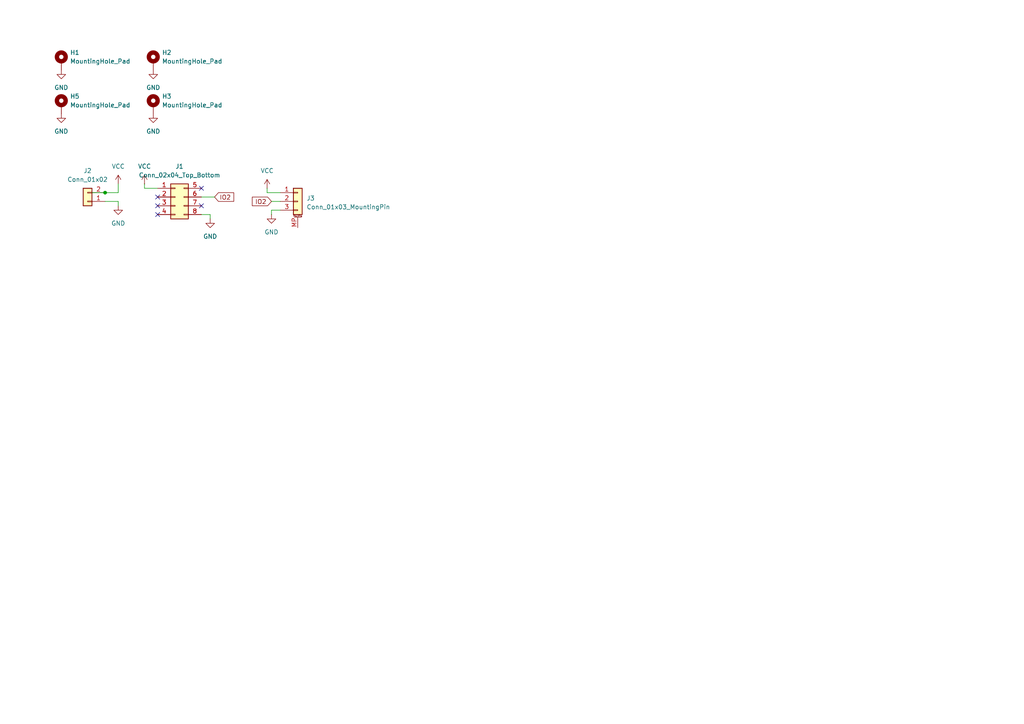
<source format=kicad_sch>
(kicad_sch (version 20231120) (generator "eeschema") (generator_version "8.0")
  (paper "A4")
  (lib_symbols
    (symbol "Connector_Generic:Conn_01x02" (pin_names (offset 1.016) hide)
      (property "Reference" "J" (at 0 2.54 0))
      (property "Value" "Conn_01x02" (at 0 -5.08 0))
      (symbol "Conn_01x02_1_1"
        (rectangle (start -1.27 -2.413) (end 0 -2.667) (stroke (width 0.1524)))
        (rectangle (start -1.27 0.127) (end 0 -0.127) (stroke (width 0.1524)))
        (rectangle (start -1.27 1.27) (end 1.27 -3.81) (stroke (width 0.254)) (fill (type background)))
        (pin passive line (at -5.08 0 0) (length 3.81) (name "Pin_1") (number "1"))
        (pin passive line (at -5.08 -2.54 0) (length 3.81) (name "Pin_2") (number "2"))
      )
    )
    (symbol "Connector_Generic:Conn_02x04_Top_Bottom" (pin_names (offset 1.016) hide)
      (property "Reference" "J" (at 1.27 5.08 0))
      (property "Value" "Conn_02x04_Top_Bottom" (at 1.27 -7.62 0))
      (symbol "Conn_02x04_Top_Bottom_1_1"
        (rectangle (start -1.27 -4.953) (end 0 -5.207) (stroke (width 0.1524)))
        (rectangle (start -1.27 -2.413) (end 0 -2.667) (stroke (width 0.1524)))
        (rectangle (start -1.27 0.127) (end 0 -0.127) (stroke (width 0.1524)))
        (rectangle (start -1.27 2.667) (end 0 2.413) (stroke (width 0.1524)))
        (rectangle (start -1.27 3.81) (end 3.81 -6.35) (stroke (width 0.254)) (fill (type background)))
        (rectangle (start 3.81 -4.953) (end 2.54 -5.207) (stroke (width 0.1524)))
        (rectangle (start 3.81 -2.413) (end 2.54 -2.667) (stroke (width 0.1524)))
        (rectangle (start 3.81 0.127) (end 2.54 -0.127) (stroke (width 0.1524)))
        (rectangle (start 3.81 2.667) (end 2.54 2.413) (stroke (width 0.1524)))
        (pin passive line (at -5.08 2.54 0) (length 3.81) (name "Pin_1") (number "1"))
        (pin passive line (at -5.08 0 0) (length 3.81) (name "Pin_2") (number "2"))
        (pin passive line (at -5.08 -2.54 0) (length 3.81) (name "Pin_3") (number "3"))
        (pin passive line (at -5.08 -5.08 0) (length 3.81) (name "Pin_4") (number "4"))
        (pin passive line (at 7.62 2.54 180) (length 3.81) (name "Pin_5") (number "5"))
        (pin passive line (at 7.62 0 180) (length 3.81) (name "Pin_6") (number "6"))
        (pin passive line (at 7.62 -2.54 180) (length 3.81) (name "Pin_7") (number "7"))
        (pin passive line (at 7.62 -5.08 180) (length 3.81) (name "Pin_8") (number "8"))
      )
    )
    (symbol "Connector_Generic_MountingPin:Conn_01x03_MountingPin" (pin_names (offset 1.016) hide)
      (property "Reference" "J" (at 0 5.08 0))
      (property "Value" "Conn_01x03_MountingPin" (at 1.27 -5.08 0))
      (symbol "Conn_01x03_MountingPin_1_1"
        (rectangle (start -1.27 -2.413) (end 0 -2.667) (stroke (width 0.1524)))
        (rectangle (start -1.27 0.127) (end 0 -0.127) (stroke (width 0.1524)))
        (rectangle (start -1.27 2.667) (end 0 2.413) (stroke (width 0.1524)))
        (rectangle (start -1.27 3.81) (end 1.27 -3.81) (stroke (width 0.254)) (fill (type background)))
        (polyline (pts (xy -1.016 -4.572) (xy 1.016 -4.572)) (stroke (width 0.1524)))
        (text "Mounting" (at 0 -4.191 0) (effects (font (size 0.381 0.381))))
        (pin passive line (at -5.08 2.54 0) (length 3.81) (name "Pin_1") (number "1"))
        (pin passive line (at -5.08 0 0) (length 3.81) (name "Pin_2") (number "2"))
        (pin passive line (at -5.08 -2.54 0) (length 3.81) (name "Pin_3") (number "3"))
        (pin passive line (at 0 -7.62 90) (length 3.048) (name "MountPin") (number "MP"))
      )
    )
    (symbol "Mechanical:MountingHole_Pad" (pin_numbers hide) (pin_names (offset 1.016) hide) (exclude_from_sim yes) (in_bom no)
      (property "Reference" "H" (at 0 6.35 0))
      (property "Value" "MountingHole_Pad" (at 0 4.445 0))
      (symbol "MountingHole_Pad_0_1"
        (circle (center 0 1.27) (radius 1.27) (stroke (width 1.27)))
      )
      (symbol "MountingHole_Pad_1_1"
        (pin input line (at 0 -2.54 90) (length 2.54) (name "1") (number "1"))
      )
    )
    (symbol "power:GND" (power) (pin_numbers hide) (pin_names (offset 0) hide)
      (property "Value" "GND" (at 0 -3.81 0))
      (symbol "GND_0_1"
        (polyline (pts (xy 0 0) (xy 0 -1.27) (xy 1.27 -1.27) (xy 0 -2.54) (xy -1.27 -1.27) (xy 0 -1.27)))
      )
      (symbol "GND_1_1"
        (pin power_in line (at 0 0 270) (length 0) (name "~") (number "1"))
      )
    )
    (symbol "power:VCC" (power) (pin_numbers hide) (pin_names (offset 0) hide)
      (property "Value" "VCC" (at 0 3.556 0))
      (symbol "VCC_0_1"
        (polyline (pts (xy -0.762 1.27) (xy 0 2.54)))
        (polyline (pts (xy 0 0) (xy 0 2.54)))
        (polyline (pts (xy 0 2.54) (xy 0.762 1.27)))
      )
      (symbol "VCC_1_1"
        (pin power_in line (at 0 0 90) (length 0) (name "~") (number "1"))
      )
    )
  )
  (junction (at 30.48 55.88))
  (no_connect (at 45.72 59.69))
  (no_connect (at 45.72 57.15))
  (no_connect (at 58.42 54.61))
  (no_connect (at 45.72 62.23))
  (no_connect (at 58.42 59.69))
  (wire (pts (xy 78.74 60.96) (xy 81.28 60.96)))
  (wire (pts (xy 78.74 58.42) (xy 81.28 58.42)))
  (wire (pts (xy 77.47 54.61) (xy 77.47 55.88)))
  (wire (pts (xy 30.48 58.42) (xy 34.29 58.42)))
  (wire (pts (xy 34.29 53.34) (xy 34.29 55.88)))
  (wire (pts (xy 41.91 53.34) (xy 41.91 54.61)))
  (wire (pts (xy 58.42 62.23) (xy 60.96 62.23)))
  (wire (pts (xy 58.42 57.15) (xy 62.23 57.15)))
  (wire (pts (xy 77.47 55.88) (xy 81.28 55.88)))
  (wire (pts (xy 26.67 55.88) (xy 30.48 55.88)))
  (wire (pts (xy 30.48 55.88) (xy 34.29 55.88)))
  (wire (pts (xy 41.91 54.61) (xy 45.72 54.61)))
  (wire (pts (xy 78.74 62.23) (xy 78.74 60.96)))
  (wire (pts (xy 34.29 58.42) (xy 34.29 59.69)))
  (wire (pts (xy 60.96 62.23) (xy 60.96 63.5)))
  (global_label "IO2" (shape input) (at 78.74 58.42 180) (property "Intersheetrefs" "${INTERSHEET_REFS}" (effects (hide yes))))
  (global_label "IO2" (shape input) (at 62.23 57.15 0) (property "Intersheetrefs" "${INTERSHEET_REFS}" (effects (hide yes))))
  (symbol (lib_id "power:GND") (at 44.45 20.32 0) (unit 1)
    (property "Reference" "#PWR08" (effects (hide yes)))
    (property "Value" "GND" (at 44.45 25.4 0))
    (property "Description" "Power symbol creates a global label with name \"GND\" , ground" (effects (hide yes)))
  )
  (symbol (lib_id "power:GND") (at 34.29 59.69 0) (unit 1)
    (property "Reference" "#PWR01" (effects (hide yes)))
    (property "Value" "GND" (at 34.29 64.77 0))
    (property "Description" "Power symbol creates a global label with name \"GND\" , ground" (effects (hide yes)))
  )
  (symbol (lib_id "power:VCC") (at 77.47 54.61 0) (unit 1)
    (property "Reference" "#PWR05" (effects (hide yes)))
    (property "Value" "VCC" (at 77.47 49.53 0))
    (property "Description" "Power symbol creates a global label with name \"VCC\"" (effects (hide yes)))
  )
  (symbol (lib_id "Connector_Generic:Conn_02x04_Top_Bottom") (at 50.8 57.15 0) (unit 1)
    (property "Reference" "J1" (at 52.07 48.26 0))
    (property "Value" "Conn_02x04_Top_Bottom" (at 52.07 50.8 0))
    (property "Footprint" "Connector_PinSocket_2.54mm:PinSocket_2x04_P2.54mm_Vertical" (effects (hide yes)))
    (property "Description" "Generic connector, double row, 02x04, top/bottom pin numbering scheme (row 1: 1...pins_per_row, row2: pins_per_row+1 ... num_pins), script generated (kicad-library-utils/schlib/autogen/connector/)" (effects (hide yes)))
  )
  (symbol (lib_id "power:GND") (at 60.96 63.5 0) (unit 1)
    (property "Reference" "#PWR03" (effects (hide yes)))
    (property "Value" "GND" (at 60.96 68.58 0))
    (property "Description" "Power symbol creates a global label with name \"GND\" , ground" (effects (hide yes)))
  )
  (symbol (lib_id "Mechanical:MountingHole_Pad") (at 17.78 30.48 0) (unit 1) (exclude_from_sim yes) (in_bom no)
    (property "Reference" "H5" (at 20.32 27.9399 0) (effects (justify left)))
    (property "Value" "MountingHole_Pad" (at 20.32 30.4799 0) (effects (justify left)))
    (property "Footprint" "MountingHole:MountingHole_3.2mm_M3_Pad_Via" (effects (hide yes)))
    (property "Description" "Mounting Hole with connection" (effects (hide yes)))
  )
  (symbol (lib_id "Mechanical:MountingHole_Pad") (at 44.45 30.48 0) (unit 1) (exclude_from_sim yes) (in_bom no)
    (property "Reference" "H3" (at 46.99 27.9399 0) (effects (justify left)))
    (property "Value" "MountingHole_Pad" (at 46.99 30.4799 0) (effects (justify left)))
    (property "Footprint" "MountingHole:MountingHole_3.2mm_M3_Pad_Via" (effects (hide yes)))
    (property "Description" "Mounting Hole with connection" (effects (hide yes)))
  )
  (symbol (lib_id "power:GND") (at 78.74 62.23 0) (unit 1)
    (property "Reference" "#PWR06" (effects (hide yes)))
    (property "Value" "GND" (at 78.74 67.31 0))
    (property "Description" "Power symbol creates a global label with name \"GND\" , ground" (effects (hide yes)))
  )
  (symbol (lib_id "power:GND") (at 17.78 33.02 0) (unit 1)
    (property "Reference" "#PWR011" (effects (hide yes)))
    (property "Value" "GND" (at 17.78 38.1 0))
    (property "Description" "Power symbol creates a global label with name \"GND\" , ground" (effects (hide yes)))
  )
  (symbol (lib_id "Connector_Generic_MountingPin:Conn_01x03_MountingPin") (at 86.36 58.42 0) (unit 1)
    (property "Reference" "J3" (at 88.9 57.5055 0) (effects (justify left)))
    (property "Value" "Conn_01x03_MountingPin" (at 88.9 60.0455 0) (effects (justify left)))
    (property "Footprint" "Connector_PinHeader_2.54mm:PinHeader_1x03_P2.54mm_Vertical" (effects (hide yes)))
    (property "Description" "Generic connectable mounting pin connector, single row, 01x03, script generated (kicad-library-utils/schlib/autogen/connector/)" (effects (hide yes)))
  )
  (symbol (lib_id "Mechanical:MountingHole_Pad") (at 17.78 17.78 0) (unit 1) (exclude_from_sim yes) (in_bom no)
    (property "Reference" "H1" (at 20.32 15.2399 0) (effects (justify left)))
    (property "Value" "MountingHole_Pad" (at 20.32 17.7799 0) (effects (justify left)))
    (property "Footprint" "MountingHole:MountingHole_3.2mm_M3_Pad_Via" (effects (hide yes)))
    (property "Description" "Mounting Hole with connection" (effects (hide yes)))
  )
  (symbol (lib_id "power:GND") (at 17.78 20.32 0) (unit 1)
    (property "Reference" "#PWR07" (effects (hide yes)))
    (property "Value" "GND" (at 17.78 25.4 0))
    (property "Description" "Power symbol creates a global label with name \"GND\" , ground" (effects (hide yes)))
  )
  (symbol (lib_id "Mechanical:MountingHole_Pad") (at 44.45 17.78 0) (unit 1) (exclude_from_sim yes) (in_bom no)
    (property "Reference" "H2" (at 46.99 15.2399 0) (effects (justify left)))
    (property "Value" "MountingHole_Pad" (at 46.99 17.7799 0) (effects (justify left)))
    (property "Footprint" "MountingHole:MountingHole_3.2mm_M3_Pad_Via" (effects (hide yes)))
    (property "Description" "Mounting Hole with connection" (effects (hide yes)))
  )
  (symbol (lib_id "power:VCC") (at 41.91 53.34 0) (unit 1)
    (property "Reference" "#PWR04" (effects (hide yes)))
    (property "Value" "VCC" (at 41.91 48.26 0))
    (property "Description" "Power symbol creates a global label with name \"VCC\"" (effects (hide yes)))
  )
  (symbol (lib_id "power:GND") (at 44.45 33.02 0) (unit 1)
    (property "Reference" "#PWR09" (effects (hide yes)))
    (property "Value" "GND" (at 44.45 38.1 0))
    (property "Description" "Power symbol creates a global label with name \"GND\" , ground" (effects (hide yes)))
  )
  (symbol (lib_id "power:VCC") (at 34.29 53.34 0) (unit 1)
    (property "Reference" "#PWR02" (effects (hide yes)))
    (property "Value" "VCC" (at 34.29 48.26 0))
    (property "Description" "Power symbol creates a global label with name \"VCC\"" (effects (hide yes)))
  )
  (symbol (lib_id "Connector_Generic:Conn_01x02") (at 25.4 58.42 180) (unit 1)
    (property "Reference" "J2" (at 25.4 49.53 0))
    (property "Value" "Conn_01x02" (at 25.4 52.07 0))
    (property "Footprint" "Connector_Hirose:Hirose_DF13-02P-1.25DSA_1x02_P1.25mm_Vertical" (effects (hide yes)))
    (property "Description" "Generic connector, single row, 01x02, script generated (kicad-library-utils/schlib/autogen/connector/)" (effects (hide yes)))
  )
)
</source>
